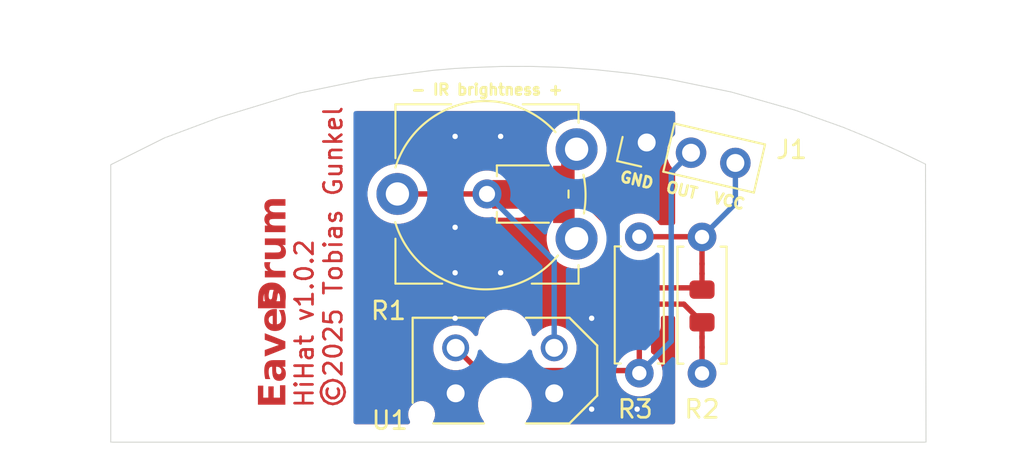
<source format=kicad_pcb>
(kicad_pcb (version 20241229) (generator "pcbnew") (generator_version "9.0")
  (title_block (title "${PROJECT}") (date "2025-07-07") (rev "${VERSION}") (company "${AUTHOR}"))
  (layers (0 "F.Cu" signal) (2 "B.Cu" signal) (13 "F.Paste" user) (15 "B.Paste" user) (5 "F.SilkS" user "F.Silkscreen") (7 "B.SilkS" user "B.Silkscreen") (1 "F.Mask" user) (3 "B.Mask" user) (25 "Edge.Cuts" user))
  (property "AUTHOR" "Tobias Gunkel")
  (property "COPYRIGHT" "2025")
  (property "PROJECT" "EavesDrum HiHat")
  (property "VERSION" "1.0.2")
  (net 0 "")
  (net 1 "GND")
  (net 2 "/sens_out")
  (net 3 "VCC")
  (net 4 "Net-(R1-Pad1)")
  (net 5 "Net-(R1-Pad2)")
  (footprint "MountingHole:MountingHole_3.2mm_M3" (layer "F.Cu") (at 85.5006 74.344)
    (property "Reference" "M3_1" (hide yes))
    (property "Value" "MountingHole_3.2mm_M3")
    (pad "" np_thru_hole oval (at 0 0) (size 3.2 12) (drill oval 3.2 12) (layers "*.Cu" "*.Mask"))
  )
  (footprint "Resistor_THT:R_Axial_DIN0207_L6.3mm_D2.5mm_P7.62mm_Horizontal" (layer "F.Cu") (at 114.5 79 90)
    (property "Reference" "R2" (at -2 0 0) (layer "F.SilkS"))
    (property "Value" "100")
    (fp_line (start 7.08 -1.37) (end 7.08 -1.04) (stroke (width 0.12)) (layer "F.SilkS"))
    (fp_line (start 0.54 -1.37) (end 7.08 -1.37) (stroke (width 0.12)) (layer "F.SilkS"))
    (fp_line (start 0.54 -1.04) (end 0.54 -1.37) (stroke (width 0.12)) (layer "F.SilkS"))
    (fp_line (start 0.54 1.04) (end 0.54 1.37) (stroke (width 0.12)) (layer "F.SilkS"))
    (fp_line (start 7.08 1.37) (end 7.08 1.04) (stroke (width 0.12)) (layer "F.SilkS"))
    (fp_line (start 0.54 1.37) (end 7.08 1.37) (stroke (width 0.12)) (layer "F.SilkS"))
    (pad "1" thru_hole circle (at 0 0 90) (size 1.6 1.6) (drill 0.8) (layers "*.Cu" "*.Mask") (net 4 "Net-(R1-Pad1)"))
    (pad "1" smd roundrect (at 2.854301 0 90) (size 1.025 1.4) (layers "F.Cu" "F.Mask" "F.Paste") (roundrect_rratio 0.243902) (net 4 "Net-(R1-Pad1)"))
    (pad "2" smd roundrect (at 4.679301 0 90) (size 1.025 1.4) (layers "F.Cu" "F.Mask" "F.Paste") (roundrect_rratio 0.243902) (net 3 "VCC"))
    (pad "2" thru_hole circle (at 7.62 0 90) (size 1.6 1.6) (drill 0.8) (layers "*.Cu" "*.Mask") (net 3 "VCC"))
  )
  (footprint "MountingHole:MountingHole_3.2mm_M3" (layer "F.Cu") (at 123.0006 74.344)
    (property "Reference" "M3_2" (hide yes))
    (property "Value" "MountingHole_3.2mm_M3")
    (pad "" np_thru_hole oval (at 0 0) (size 3.2 12) (drill oval 3.2 12) (layers "*.Cu" "*.Mask"))
  )
  (footprint "Resistor_THT:R_Axial_DIN0207_L6.3mm_D2.5mm_P7.62mm_Horizontal" (layer "F.Cu") (at 111 71.3672 -90)
    (property "Reference" "R3" (at 9.632847 0.228291 0) (layer "F.SilkS"))
    (property "Value" "10k")
    (fp_line (start 0.54 1.37) (end 7.08 1.37) (stroke (width 0.12)) (layer "F.SilkS"))
    (fp_line (start 7.08 1.37) (end 7.08 1.04) (stroke (width 0.12)) (layer "F.SilkS"))
    (fp_line (start 0.54 1.04) (end 0.54 1.37) (stroke (width 0.12)) (layer "F.SilkS"))
    (fp_line (start 0.54 -1.04) (end 0.54 -1.37) (stroke (width 0.12)) (layer "F.SilkS"))
    (fp_line (start 0.54 -1.37) (end 7.08 -1.37) (stroke (width 0.12)) (layer "F.SilkS"))
    (fp_line (start 7.08 -1.37) (end 7.08 -1.04) (stroke (width 0.12)) (layer "F.SilkS"))
    (pad "1" thru_hole circle (at 0 0 270) (size 1.6 1.6) (drill 0.8) (layers "*.Cu" "*.Mask") (net 3 "VCC"))
    (pad "1" smd roundrect (at 2.854301 0 270) (size 1.025 1.4) (layers "F.Cu" "F.Mask" "F.Paste") (roundrect_rratio 0.243902) (net 3 "VCC"))
    (pad "2" smd roundrect (at 4.679301 0 270) (size 1.025 1.4) (layers "F.Cu" "F.Mask" "F.Paste") (roundrect_rratio 0.243902) (net 2 "/sens_out"))
    (pad "2" thru_hole circle (at 7.62 0 270) (size 1.6 1.6) (drill 0.8) (layers "*.Cu" "*.Mask") (net 2 "/sens_out"))
  )
  (footprint "tcrt5000:tcrt5000" (layer "F.Cu") (at 103.5006 78.844)
    (property "Reference" "U1" (at -6.427092 2.785899 0) (layer "F.SilkS") (effects (font (size 1.004126 1.004126))))
    (property "Value" "TCRT5000")
    (fp_line (start -5.15 -2.95) (end -1.17 -2.95) (stroke (width 0.127)) (layer "F.SilkS"))
    (fp_line (start -5.15 1.8) (end -5.15 -2.95) (stroke (width 0.127)) (layer "F.SilkS"))
    (fp_line (start -4 2.95) (end -1.17 2.95) (stroke (width 0.127)) (layer "F.SilkS"))
    (fp_line (start 1.17 2.95) (end 3.6 2.95) (stroke (width 0.127)) (layer "F.SilkS"))
    (fp_line (start 3.6 -2.95) (end 1.17 -2.95) (stroke (width 0.127)) (layer "F.SilkS"))
    (fp_line (start 3.6 -2.95) (end 5.15 -1.4) (stroke (width 0.127)) (layer "F.SilkS"))
    (fp_line (start 3.6 2.95) (end 5.15 1.4) (stroke (width 0.127)) (layer "F.SilkS"))
    (fp_line (start 5.15 1.4) (end 5.15 -1.4) (stroke (width 0.127)) (layer "F.SilkS"))
    (pad "" np_thru_hole circle (at -4.65 2.45) (size 1 1) (drill 1) (layers "*.Cu" "*.Mask"))
    (pad "" np_thru_hole circle (at 0 -1.9) (size 2.5 2.5) (drill 2.5) (layers "*.Cu" "*.Mask"))
    (pad "" np_thru_hole circle (at 0 1.9) (size 2.5 2.5) (drill 2.5) (layers "*.Cu" "*.Mask"))
    (pad "A" thru_hole circle (at 2.75 -1.27) (size 1.5 1.5) (drill 1) (layers "*.Cu" "*.Mask") (net 5 "Net-(R1-Pad2)"))
    (pad "CATH" thru_hole circle (at 2.75 1.27) (size 1.5 1.5) (drill 1) (layers "*.Cu" "*.Mask") (net 1 "GND"))
    (pad "COLL" thru_hole circle (at -2.75 -1.27) (size 1.5 1.5) (drill 1) (layers "*.Cu" "*.Mask") (net 2 "/sens_out"))
    (pad "E" thru_hole circle (at -2.75 1.27) (size 1.5 1.5) (drill 1) (layers "*.Cu" "*.Mask") (net 1 "GND"))
  )
  (footprint "Connector_PinHeader_2.54mm:PinHeader_1x03_P2.54mm_Vertical" (layer "F.Cu") (at 111.4124 66.1013 77)
    (property "Reference" "J1" (at 1.430814 7.970026 0) (layer "F.SilkS"))
    (property "Value" "Conn_01x03")
    (fp_line (start -1.38 -1.38) (end -0.000001 -1.38) (stroke (width 0.12)) (layer "F.SilkS"))
    (fp_line (start -1.38 0.000001) (end -1.38 -1.38) (stroke (width 0.12)) (layer "F.SilkS"))
    (fp_line (start -1.38 1.270002) (end 1.38 1.27) (stroke (width 0.12)) (layer "F.SilkS"))
    (fp_line (start -1.38 1.270002) (end -1.380001 6.46) (stroke (width 0.12)) (layer "F.SilkS"))
    (fp_line (start 1.38 1.27) (end 1.38 6.46) (stroke (width 0.12)) (layer "F.SilkS"))
    (fp_line (start -1.380001 6.46) (end 1.38 6.46) (stroke (width 0.12)) (layer "F.SilkS"))
    (pad "1" thru_hole rect (at 0 0 77) (size 1.7 1.7) (drill 1) (layers "*.Cu" "*.Mask") (net 1 "GND"))
    (pad "2" thru_hole circle (at 0 2.54 77) (size 1.7 1.7) (drill 1) (layers "*.Cu" "*.Mask") (net 2 "/sens_out"))
    (pad "3" thru_hole circle (at 0 5.08 77) (size 1.7 1.7) (drill 1) (layers "*.Cu" "*.Mask") (net 3 "VCC"))
  )
  (footprint "Potentiometer_SMD:Potentiometer_ACP_CA9-VSMD_Vertical" (layer "F.Cu") (at 102.5 68.9767 180)
    (property "Reference" "R1" (at 5.5 -6.5233 0) (layer "F.SilkS"))
    (property "Value" "5k")
    (fp_line (start 5.11 5.01) (end 2 5.01) (stroke (width 0.12)) (layer "F.SilkS"))
    (fp_line (start 5.11 2) (end 5.11 5.01) (stroke (width 0.12)) (layer "F.SilkS"))
    (fp_line (start 5.11 -5.01) (end 5.11 -2.5) (stroke (width 0.12)) (layer "F.SilkS"))
    (fp_line (start 2.5 -5.01) (end 5.11 -5.01) (stroke (width 0.12)) (layer "F.SilkS"))
    (fp_line (start -0.55 1.594377) (end -0.55 0.994377) (stroke (width 0.12)) (layer "F.SilkS"))
    (fp_line (start -0.55 -1.605623) (end -0.55 -1.005623) (stroke (width 0.12)) (layer "F.SilkS"))
    (fp_line (start -2 5.01) (end -5.11 5.01) (stroke (width 0.12)) (layer "F.SilkS"))
    (fp_line (start -3.45 1.594377) (end -0.55 1.594377) (stroke (width 0.12)) (layer "F.SilkS"))
    (fp_line (start -3.45 -1.605623) (end -0.55 -1.605623) (stroke (width 0.12)) (layer "F.SilkS"))
    (fp_line (start -4.55 -0.205623) (end -4.55 0.194377) (stroke (width 0.12)) (layer "F.SilkS"))
    (fp_line (start -5.11 5.01) (end -5.11 3.98) (stroke (width 0.12)) (layer "F.SilkS"))
    (fp_line (start -5.11 -3.98) (end -5.11 -5.01) (stroke (width 0.12)) (layer "F.SilkS"))
    (fp_line (start -5.11 -5.01) (end -2.5 -5.01) (stroke (width 0.12)) (layer "F.SilkS"))
    (fp_arc (start 5.11 1.48) (mid 1.217659 5.066075) (end -3.823 3.453) (stroke (width 0.12)) (layer "F.SilkS"))
    (fp_arc (start -3.957 -3.439) (mid 1.138725 -5.22312) (end 5.12182 -1.578337) (stroke (width 0.12)) (layer "F.SilkS"))
    (fp_arc (start -5.381387 1.074819) (mid -5.500078 -0.006324) (end -5.406845 -1.08996) (stroke (width 0.12)) (layer "F.SilkS"))
    (pad "1" thru_hole circle (at -5 2.5 180) (size 2.34 2.34) (drill 1.3) (layers "*.Cu" "*.Mask") (net 4 "Net-(R1-Pad1)"))
    (pad "1" smd rect (at -4.289634 0.976715 180) (size 1.2 1.2) (layers "F.Cu" "F.Mask" "F.Paste") (net 4 "Net-(R1-Pad1)"))
    (pad "2" smd rect (at -1.039634 -0.023285 180) (size 1.5 1.6) (layers "F.Cu" "F.Mask" "F.Paste") (net 5 "Net-(R1-Pad2)"))
    (pad "2" thru_hole circle (at 0 0 180) (size 1.62 1.62) (drill 0.9) (layers "*.Cu" "*.Mask") (net 5 "Net-(R1-Pad2)"))
    (pad "2" thru_hole circle (at 5 0 180) (size 2.34 2.34) (drill 1.3) (layers "*.Cu" "*.Mask") (net 5 "Net-(R1-Pad2)"))
    (pad "3" thru_hole circle (at -5 -2.5 180) (size 2.34 2.34) (drill 1.3) (layers "*.Cu" "*.Mask"))
    (pad "3" smd rect (at -4.289634 -1.023285 180) (size 1.2 1.2) (layers "F.Cu" "F.Mask" "F.Paste"))
  )
  (gr_poly (pts (xy 81.50064 67.344) (xy 84.50064 65.844) (xy 87.54098 64.704457) (xy 92.00064 63.344) (xy 95.948644 62.53234) (xy 99.499049 62.067305) (xy 100.719148 61.964134) (xy 101.80713 61.908137) (xy 103.350459 61.851597) (xy 104.911323 61.848732) (xy 106.674586 61.904061) (xy 108.578225 62.033782) (xy 110.602999 62.252142) (xy 112.50383 62.533505) (xy 116.133435 63.281194) (xy 119.707739 64.298502) (xy 122.363957 65.245776) (xy 123.998772 65.914657) (xy 125.485407 66.582618) (xy 126.974439 67.31131) (xy 127.00064 82.844) (xy 81.50064 82.844)) (stroke (width 0.05)) (fill no) (layer "Edge.Cuts"))
  (gr_text "Drum" (at 91.505844 75.55685 90) (layer "F.Cu") (effects (font (size 1.5 1.5) (thickness 0.3) (bold yes)) (justify left bottom)))
  (gr_text "HiHat v${VERSION}\n©️${COPYRIGHT} ${AUTHOR}\n" (at 94.5 81 90) (layer "F.Cu") (effects (font (size 1 1)) (justify left bottom)))
  (gr_text "Eaves" (at 91.5 80.943571 90) (layer "F.Cu") (effects (font (size 1.5 1.5) (thickness 0.3) (bold yes)) (justify left bottom)))
  (gr_text "GND" (at 109.79275 68.311768 -13) (layer "F.SilkS") (effects (font (size 0.6 0.6)) (justify left bottom)))
  (gr_text "- IR brightness +" (at 102.5 63.5 0) (layer "F.SilkS") (effects (font (size 0.6 0.6)) (justify bottom)))
  (gr_text "VCC" (at 115 69.5 -13) (layer "F.SilkS") (effects (font (size 0.6 0.6)) (justify left bottom)))
  (gr_text "OUT" (at 113.374919 68.766092 -13) (layer "F.SilkS") (effects (font (size 0.6 0.6))))
  (via (at 108.34 75.92) (size 0.6) (drill 0.3) (layers "F.Cu" "B.Cu") (net 1))
  (via (at 110.88 81) (size 0.6) (drill 0.3) (layers "F.Cu" "B.Cu") (net 1))
  (via (at 103.26 73.38) (size 0.6) (drill 0.3) (layers "F.Cu" "B.Cu") (net 1))
  (via (at 108.34 81) (size 0.6) (drill 0.3) (layers "F.Cu" "B.Cu") (net 1))
  (via (at 100.72 70.84) (size 0.6) (drill 0.3) (layers "F.Cu" "B.Cu") (net 1))
  (via (at 103.26 65.76) (size 0.6) (drill 0.3) (layers "F.Cu" "B.Cu") (net 1))
  (via (at 100.72 65.76) (size 0.6) (drill 0.3) (layers "F.Cu" "B.Cu") (net 1))
  (via (at 100.72 73.38) (size 0.6) (drill 0.3) (layers "F.Cu" "B.Cu") (net 1))
  (via (at 100.72 75.92) (size 0.6) (drill 0.3) (layers "F.Cu" "B.Cu") (net 1))
  (segment (start 102.0206 78.844) (end 104.9806 78.844) (width 0.3) (layer "B.Cu") (net 1))
  (segment (start 111.0795 67.5426) (end 109.7632 68.8589) (width 0.3) (layer "B.Cu") (net 1))
  (segment (start 111.0796 67.5426) (end 111.0795 67.5426) (width 0.3) (layer "B.Cu") (net 1))
  (segment (start 111.4124 66.1013) (end 111.0796 67.5426) (width 0.3) (layer "B.Cu") (net 1))
  (segment (start 104.9806 78.844) (end 106.2506 80.114) (width 0.3) (layer "B.Cu") (net 1))
  (segment (start 100.7506 80.114) (end 102.0206 78.844) (width 0.3) (layer "B.Cu") (net 1))
  (segment (start 109.7632 68.8589) (end 109.7632 76.6014) (width 0.3) (layer "B.Cu") (net 1))
  (segment (start 109.7632 76.6014) (end 106.2506 80.114) (width 0.3) (layer "B.Cu") (net 1))
  (segment (start 102.0206 78.844) (end 110.8568 78.844) (width 0.3) (layer "F.Cu") (net 2))
  (segment (start 111 78.9872) (end 111 76.0465) (width 0.3) (layer "F.Cu") (net 2))
  (segment (start 100.7506 77.574) (end 102.0206 78.844) (width 0.3) (layer "F.Cu") (net 2))
  (segment (start 110.8568 78.844) (end 111 78.9872) (width 0.3) (layer "F.Cu") (net 2))
  (segment (start 111 78.9872) (end 112.782 77.2052) (width 0.3) (layer "B.Cu") (net 2))
  (segment (start 112.782 77.2052) (end 112.782 67.778) (width 0.3) (layer "B.Cu") (net 2))
  (segment (start 112.782 67.778) (end 113.8873 66.6727) (width 0.3) (layer "B.Cu") (net 2))
  (segment (start 114.5 73.4032) (end 114.5 72.9123) (width 0.3) (layer "F.Cu") (net 3))
  (segment (start 114.4872 71.3672) (end 114.5 71.38) (width 0.3) (layer "F.Cu") (net 3))
  (segment (start 114.5 73.4543) (end 114.5 73.4032) (width 0.3) (layer "F.Cu") (net 3))
  (segment (start 114.5 72.8503) (end 114.5 71.38) (width 0.3) (layer "F.Cu") (net 3))
  (segment (start 111 71.3672) (end 114.4872 71.3672) (width 0.3) (layer "F.Cu") (net 3))
  (segment (start 114.5 74.2215) (end 114.5 73.4543) (width 0.3) (layer "F.Cu") (net 3))
  (segment (start 114.5 72.9123) (end 114.5 72.8503) (width 0.3) (layer "F.Cu") (net 3))
  (segment (start 114.5 74.3207) (end 114.5 74.2215) (width 0.3) (layer "F.Cu") (net 3))
  (segment (start 114.5 74.2215) (end 111 74.2215) (width 0.3) (layer "F.Cu") (net 3))
  (segment (start 116.3622 69.5178) (end 114.5 71.38) (width 0.3) (layer "B.Cu") (net 3))
  (segment (start 116.3622 67.2441) (end 116.3622 69.5178) (width 0.3) (layer "B.Cu") (net 3))
  (segment (start 107.5 66.4767) (end 106.9284 67.0483) (width 0.3) (layer "F.Cu") (net 4))
  (segment (start 109.457 74.309) (end 109.457 70.9053) (width 0.3) (layer "F.Cu") (net 4))
  (segment (start 113.4883 75.134) (end 110.282 75.134) (width 0.3) (layer "F.Cu") (net 4))
  (segment (start 114.5 76.3803) (end 114.5 76.1457) (width 0.3) (layer "F.Cu") (net 4))
  (segment (start 106.7896 67.5241) (end 106.7896 67.0483) (width 0.3) (layer "F.Cu") (net 4))
  (segment (start 110.282 75.134) (end 109.457 74.309) (width 0.3) (layer "F.Cu") (net 4))
  (segment (start 114.5 77.5108) (end 114.5 77.0442) (width 0.3) (layer "F.Cu") (net 4))
  (segment (start 107.5034 68.9517) (end 106.7896 68.9517) (width 0.3) (layer "F.Cu") (net 4))
  (segment (start 106.9284 67.0483) (end 106.7896 67.0483) (width 0.3) (layer "F.Cu") (net 4))
  (segment (start 106.7896 68) (end 106.7896 68.9517) (width 0.3) (layer "F.Cu") (net 4))
  (segment (start 114.5 77.5728) (end 114.5 77.5108) (width 0.3) (layer "F.Cu") (net 4))
  (segment (start 114.5 79) (end 114.5 77.5728) (width 0.3) (layer "F.Cu") (net 4))
  (segment (start 106.7896 68) (end 106.7896 67.5241) (width 0.3) (layer "F.Cu") (net 4))
  (segment (start 114.5 76.9156) (end 114.5 76.3803) (width 0.3) (layer "F.Cu") (net 4))
  (segment (start 109.457 70.9053) (end 107.5034 68.9517) (width 0.3) (layer "F.Cu") (net 4))
  (segment (start 114.5 76.9776) (end 114.5 76.9156) (width 0.3) (layer "F.Cu") (net 4))
  (segment (start 114.5 76.1457) (end 113.4883 75.134) (width 0.3) (layer "F.Cu") (net 4))
  (segment (start 114.5 77.0442) (end 114.5 76.9776) (width 0.3) (layer "F.Cu") (net 4))
  (segment (start 102.5 68.9767) (end 103.5163 68.9767) (width 0.3) (layer "F.Cu") (net 5))
  (segment (start 97.5 68.9767) (end 102.5 68.9767) (width 0.3) (layer "F.Cu") (net 5))
  (segment (start 103.5163 68.9767) (end 103.5396 69) (width 0.3) (layer "F.Cu") (net 5))
  (segment (start 106.2506 77.574) (end 106.2506 72.7273) (width 0.3) (layer "B.Cu") (net 5))
  (segment (start 106.2506 72.7273) (end 102.5 68.9767) (width 0.3) (layer "B.Cu") (net 5))
  (zone (net 1) (net_name "GND") (layers "F.Cu" "B.Cu") (name "sensor") (priority 2) (connect_pads yes (clearance 0.5)) (min_thickness 0.25) (fill yes (thermal_gap 0.5) (thermal_bridge_width 0.5))
    (polygon (pts (xy 95.047931 64.344) (xy 113 64.344) (xy 113 81.844) (xy 95.047931 81.844)))
  )
)
</source>
